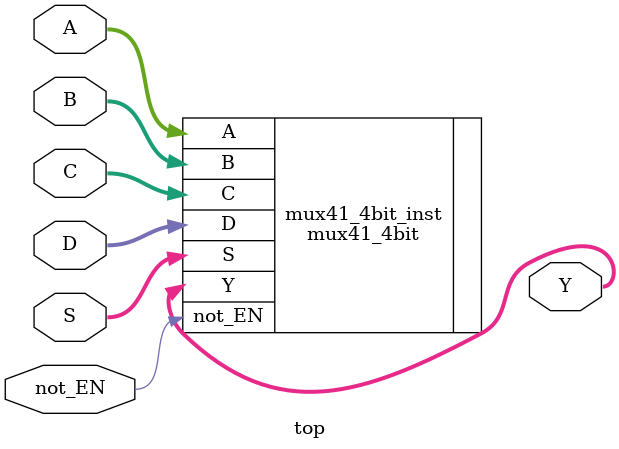
<source format=v>
module top(
    input not_EN,
    input [3:0] A,
    input [3:0] B,
    input [3:0] C,
    input [3:0] D,
    input [1:0] S,
    output reg [3:0] Y
);

mux41_4bit mux41_4bit_inst (
    .not_EN(not_EN),
    .A(A),
    .B(B),
    .C(C),
    .D(D),
    .S(S),
    .Y(Y)
);

endmodule

</source>
